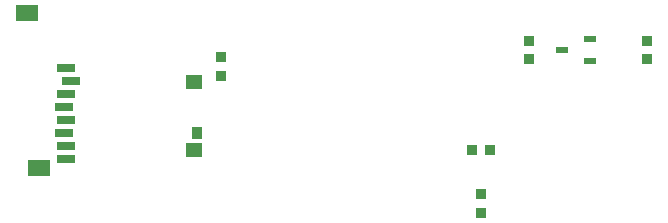
<source format=gbp>
G04*
G04 #@! TF.GenerationSoftware,Altium Limited,Altium Designer,22.8.2 (66)*
G04*
G04 Layer_Color=128*
%FSLAX25Y25*%
%MOIN*%
G70*
G04*
G04 #@! TF.SameCoordinates,96B98669-0A76-488E-AF90-C307CBE701B7*
G04*
G04*
G04 #@! TF.FilePolarity,Positive*
G04*
G01*
G75*
%ADD25R,0.03661X0.03425*%
%ADD26R,0.03425X0.03661*%
%ADD28R,0.03937X0.02362*%
%ADD126R,0.05512X0.05118*%
%ADD127R,0.03740X0.03937*%
%ADD128R,0.05906X0.03150*%
%ADD129R,0.07480X0.05512*%
D25*
X311024Y315827D02*
D03*
Y321969D02*
D03*
X271654Y315827D02*
D03*
Y321969D02*
D03*
X169291Y310315D02*
D03*
Y316457D02*
D03*
X255906Y270787D02*
D03*
Y264646D02*
D03*
D26*
X252835Y285433D02*
D03*
X258976D02*
D03*
D28*
X282677Y318898D02*
D03*
X292126Y315158D02*
D03*
Y322638D02*
D03*
D126*
X160236Y285630D02*
D03*
Y308071D02*
D03*
D127*
X161122Y291102D02*
D03*
D128*
X117480Y282441D02*
D03*
Y286772D02*
D03*
X116693Y291102D02*
D03*
X117480Y295433D02*
D03*
X116693Y299764D02*
D03*
X117480Y304095D02*
D03*
X119055Y308425D02*
D03*
X117480Y312756D02*
D03*
D129*
X108465Y279331D02*
D03*
X104528Y331102D02*
D03*
M02*

</source>
